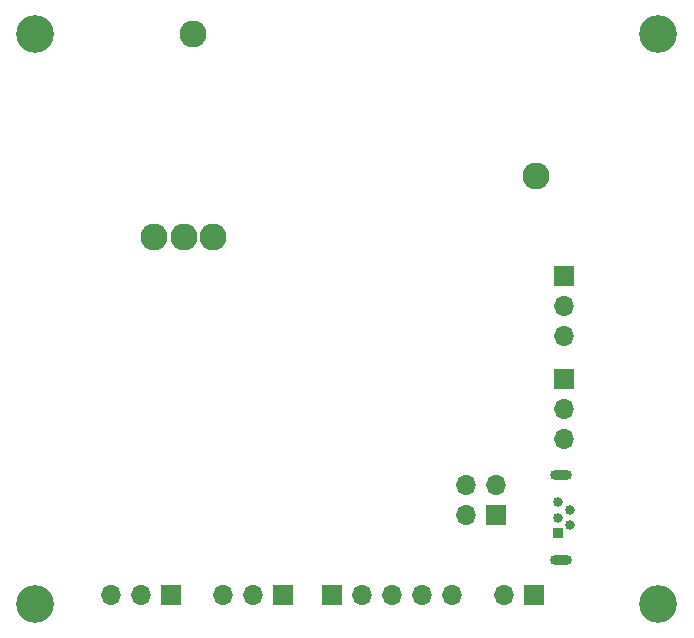
<source format=gbr>
%TF.GenerationSoftware,KiCad,Pcbnew,(6.0.6)*%
%TF.CreationDate,2022-10-17T00:58:35+02:00*%
%TF.ProjectId,Spanner,5370616e-6e65-4722-9e6b-696361645f70,rev?*%
%TF.SameCoordinates,Original*%
%TF.FileFunction,Soldermask,Bot*%
%TF.FilePolarity,Negative*%
%FSLAX46Y46*%
G04 Gerber Fmt 4.6, Leading zero omitted, Abs format (unit mm)*
G04 Created by KiCad (PCBNEW (6.0.6)) date 2022-10-17 00:58:35*
%MOMM*%
%LPD*%
G01*
G04 APERTURE LIST*
%ADD10C,3.200000*%
%ADD11R,1.700000X1.700000*%
%ADD12O,1.700000X1.700000*%
%ADD13R,0.840000X0.840000*%
%ADD14C,0.840000*%
%ADD15O,1.850000X0.850000*%
%ADD16C,2.286000*%
G04 APERTURE END LIST*
D10*
%TO.C,H1*%
X76250000Y-80500000D03*
%TD*%
D11*
%TO.C,J5*%
X87750000Y-128000000D03*
D12*
X85210000Y-128000000D03*
X82670000Y-128000000D03*
%TD*%
D11*
%TO.C,J8*%
X121000000Y-101000000D03*
D12*
X121000000Y-103540000D03*
X121000000Y-106080000D03*
%TD*%
D11*
%TO.C,J4*%
X97250000Y-128000000D03*
D12*
X94710000Y-128000000D03*
X92170000Y-128000000D03*
%TD*%
D11*
%TO.C,J7*%
X118500000Y-128000000D03*
D12*
X115960000Y-128000000D03*
%TD*%
D13*
%TO.C,J1*%
X120530000Y-122750000D03*
D14*
X121530000Y-122100000D03*
X120530000Y-121450000D03*
X121530000Y-120800000D03*
X120530000Y-120150000D03*
D15*
X120750000Y-125025000D03*
X120750000Y-117875000D03*
%TD*%
D10*
%TO.C,H2*%
X129000000Y-128750000D03*
%TD*%
D11*
%TO.C,J3*%
X121000000Y-109750000D03*
D12*
X121000000Y-112290000D03*
X121000000Y-114830000D03*
%TD*%
D10*
%TO.C,H4*%
X129000000Y-80500000D03*
%TD*%
D11*
%TO.C,J2*%
X115254379Y-121212025D03*
D12*
X112714379Y-121212025D03*
X115254379Y-118672025D03*
X112714379Y-118672025D03*
%TD*%
D16*
%TO.C,U3*%
X89600000Y-80525000D03*
X118600000Y-92525000D03*
X86300000Y-97725000D03*
X88800000Y-97725000D03*
X91300000Y-97725000D03*
%TD*%
D11*
%TO.C,J6*%
X101400000Y-128000000D03*
D12*
X103940000Y-128000000D03*
X106480000Y-128000000D03*
X109020000Y-128000000D03*
X111560000Y-128000000D03*
%TD*%
D10*
%TO.C,H3*%
X76250000Y-128750000D03*
%TD*%
M02*

</source>
